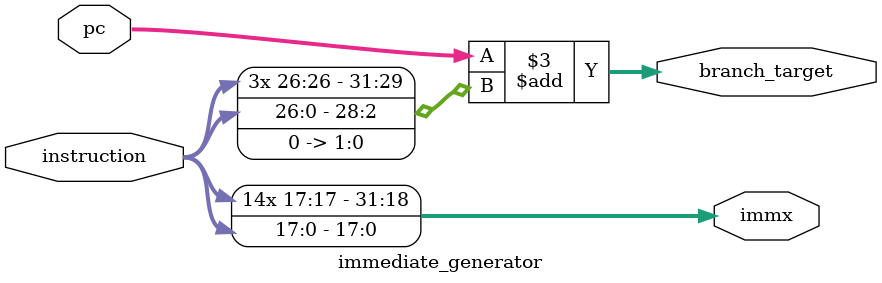
<source format=v>
module immediate_generator(pc,instruction,immx,branch_target);
input [31:0]pc,instruction;
output reg [31:0]immx,branch_target;

always @(*)
begin
    immx <= {{14{instruction[17]}},instruction[17:0]};
    branch_target <= pc + ({{5{instruction[26]}}, instruction[26:0]} << 2);
end
endmodule

</source>
